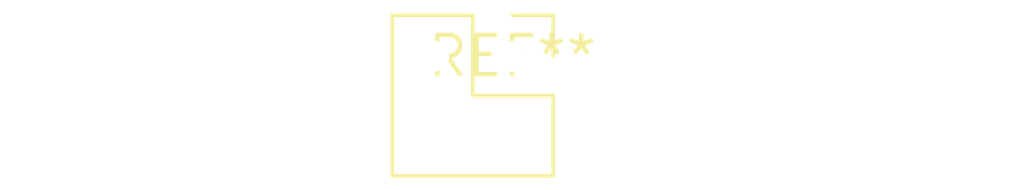
<source format=kicad_pcb>
(kicad_pcb (version 20240108) (generator pcbnew)
  (layers (0 "F.Cu" signal) (31 "B.Cu" signal) (34 "B.Paste" user) (35 "F.Paste" user) (36 "B.SilkS" user "B.Silkscreen") (37 "F.SilkS" user "F.Silkscreen") (38 "B.Mask" user) (39 "F.Mask" user) (44 "Edge.Cuts" user))
  (net 0 "")
  (footprint "PinSocket_2x02_P2.54mm_Vertical" (layer "F.Cu") (at 0 0)
    (property "Reference" "REF**")
    (property "Value" "PinSocket_2x02_P2.54mm_Vertical")
    (fp_line (start -3.87 -1.33) (end -3.87 3.87) (layer "F.SilkS") (stroke (width 0.12)))
    (fp_line (start -3.87 -1.33) (end -1.27 -1.33) (layer "F.SilkS") (stroke (width 0.12)))
    (fp_line (start -3.87 3.87) (end 1.33 3.87) (layer "F.SilkS") (stroke (width 0.12)))
    (fp_line (start -1.27 -1.33) (end -1.27 1.27) (layer "F.SilkS") (stroke (width 0.12)))
    (fp_line (start -1.27 1.27) (end 1.33 1.27) (layer "F.SilkS") (stroke (width 0.12)))
    (fp_line (start 0 -1.33) (end 1.33 -1.33) (layer "F.SilkS") (stroke (width 0.12)))
    (fp_line (start 1.33 -1.33) (end 1.33 0) (layer "F.SilkS") (stroke (width 0.12)))
    (fp_line (start 1.33 1.27) (end 1.33 3.87) (layer "F.SilkS") (stroke (width 0.12)))
    (pad "1" thru_hole rect (at 0 0) (size 1.7 1.7) (drill 1) (layers *.Cu *.Mask) (remove_unused_layers))
    (pad "2" thru_hole oval (at -2.54 0) (size 1.7 1.7) (drill 1) (layers *.Cu *.Mask) (remove_unused_layers))
    (pad "3" thru_hole oval (at 0 2.54) (size 1.7 1.7) (drill 1) (layers *.Cu *.Mask) (remove_unused_layers))
    (pad "4" thru_hole oval (at -2.54 2.54) (size 1.7 1.7) (drill 1) (layers *.Cu *.Mask) (remove_unused_layers))
  )
)
</source>
